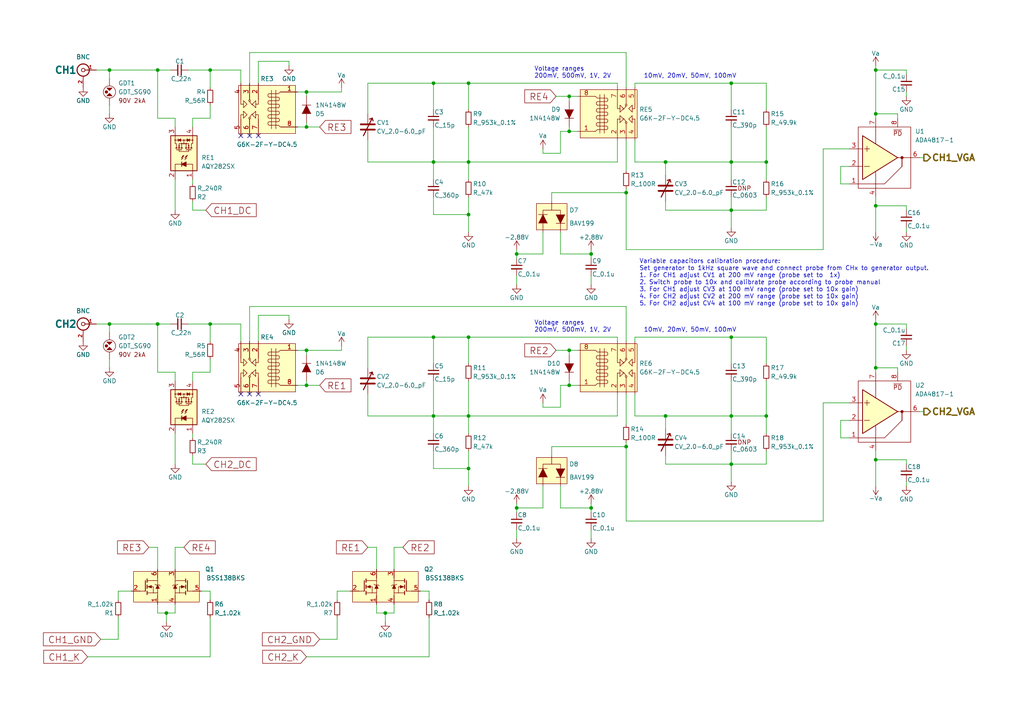
<source format=kicad_sch>
(kicad_sch (version 20250114) (generator "eeschema") (generator_version "9.0")
  (paper "A4")
  (title_block (title "Scopefun Oscilloscope") (rev "v2") (comment 1 "Copyright Dejan Priversek 2017") (comment 2 "Licensed under CERN OHL v.1.2"))
  (text "10mV, 20mV, 50mV, 100mV" (at 186.69 96.52 0) (effects (font (size 1.27 1.27)) (justify left bottom)))
  (text "10mV, 20mV, 50mV, 100mV" (at 186.69 22.86 0) (effects (font (size 1.27 1.27)) (justify left bottom)))
  (text "Variable capacitors calibration procedure:\nSet generator to 1kHz square wave and connect probe from CHx to generator output.\n1. For CH1 adjust CV1 at 200 mV range (probe set to  1x)\n2. Switch probe to 10x and calibrate probe according to probe manual\n3. For CH1 adjust CV3 at 100 mV range (probe set to 10x gain)\n4. For CH2 adjust CV2 at 200 mV range (probe set to 10x gain)\n5. For CH2 adjust CV4 at 100 mV range (probe set to 10x gain)" (at 185.42 88.9 0) (effects (font (size 1.27 1.27)) (justify left bottom)))
  (text "Voltage ranges\n200mV, 500mV, 1V, 2V" (at 154.94 96.52 0) (effects (font (size 1.27 1.27)) (justify left bottom)))
  (text "Voltage ranges\n200mV, 500mV, 1V, 2V" (at 154.94 22.86 0) (effects (font (size 1.27 1.27)) (justify left bottom)))
  (junction (at 222.25 46.99))
  (junction (at 88.9 111.76))
  (junction (at 171.45 147.32))
  (junction (at 45.72 20.32))
  (junction (at 222.25 120.65))
  (junction (at 31.75 93.98))
  (junction (at 135.89 62.23))
  (junction (at 31.75 20.32))
  (junction (at 165.1 27.94))
  (junction (at 212.09 97.79))
  (junction (at 254 133.35))
  (junction (at 149.86 147.32))
  (junction (at 48.26 177.8))
  (junction (at 212.09 46.99))
  (junction (at 165.1 101.6))
  (junction (at 135.89 46.99))
  (junction (at 60.96 20.32))
  (junction (at 125.73 46.99))
  (junction (at 254 33.02))
  (junction (at 254 93.98))
  (junction (at 135.89 135.89))
  (junction (at 135.89 120.65))
  (junction (at 165.1 111.76))
  (junction (at 171.45 73.66))
  (junction (at 181.61 129.54))
  (junction (at 135.89 24.13))
  (junction (at 212.09 134.62))
  (junction (at 212.09 60.96))
  (junction (at 111.76 177.8))
  (junction (at 212.09 24.13))
  (junction (at 165.1 38.1))
  (junction (at 254 106.68))
  (junction (at 254 20.32))
  (junction (at 193.04 120.65))
  (junction (at 88.9 36.83))
  (junction (at 254 59.69))
  (junction (at 149.86 73.66))
  (junction (at 88.9 26.67))
  (junction (at 125.73 120.65))
  (junction (at 45.72 93.98))
  (junction (at 193.04 46.99))
  (junction (at 125.73 97.79))
  (junction (at 60.96 93.98))
  (junction (at 212.09 120.65))
  (junction (at 88.9 101.6))
  (junction (at 125.73 24.13))
  (junction (at 135.89 97.79))
  (junction (at 181.61 55.88))
  (no_connect (at 74.93 114.3))
  (no_connect (at 72.39 114.3))
  (no_connect (at 74.93 39.37))
  (no_connect (at 72.39 39.37))
  (no_connect (at 69.85 39.37))
  (no_connect (at 69.85 114.3))
  (wire (pts (xy 171.45 147.32) (xy 171.45 148.59)))
  (wire (pts (xy 171.45 80.01) (xy 171.45 82.55)))
  (wire (pts (xy 212.09 134.62) (xy 222.25 134.62)))
  (wire (pts (xy 162.56 140.97) (xy 162.56 147.32)))
  (wire (pts (xy 55.88 58.42) (xy 55.88 60.96)))
  (wire (pts (xy 165.1 102.87) (xy 165.1 101.6)))
  (wire (pts (xy 160.02 55.88) (xy 160.02 58.42)))
  (wire (pts (xy 162.56 147.32) (xy 171.45 147.32)))
  (wire (pts (xy 55.88 36.83) (xy 55.88 34.29)))
  (wire (pts (xy 179.07 120.65) (xy 179.07 114.3)))
  (wire (pts (xy 60.96 107.95) (xy 55.88 107.95)))
  (wire (pts (xy 69.85 93.98) (xy 69.85 99.06)))
  (wire (pts (xy 125.73 36.83) (xy 125.73 46.99)))
  (wire (pts (xy 193.04 120.65) (xy 193.04 124.46)))
  (wire (pts (xy 54.61 93.98) (xy 60.96 93.98)))
  (wire (pts (xy 88.9 36.83) (xy 92.71 36.83)))
  (wire (pts (xy 254 20.32) (xy 262.89 20.32)))
  (wire (pts (xy 184.15 46.99) (xy 193.04 46.99)))
  (wire (pts (xy 27.94 20.32) (xy 31.75 20.32)))
  (wire (pts (xy 135.89 24.13) (xy 135.89 31.75)))
  (wire (pts (xy 262.89 133.35) (xy 254 133.35)))
  (wire (pts (xy 125.73 57.15) (xy 125.73 62.23)))
  (wire (pts (xy 48.26 180.34) (xy 48.26 177.8)))
  (wire (pts (xy 254 106.68) (xy 254 107.95)))
  (wire (pts (xy 149.86 146.05) (xy 149.86 147.32)))
  (wire (pts (xy 31.75 20.32) (xy 45.72 20.32)))
  (wire (pts (xy 55.88 125.73) (xy 55.88 127)))
  (wire (pts (xy 125.73 24.13) (xy 135.89 24.13)))
  (wire (pts (xy 212.09 97.79) (xy 212.09 105.41)))
  (wire (pts (xy 106.68 97.79) (xy 125.73 97.79)))
  (wire (pts (xy 45.72 177.8) (xy 48.26 177.8)))
  (wire (pts (xy 193.04 60.96) (xy 212.09 60.96)))
  (wire (pts (xy 135.89 57.15) (xy 135.89 62.23)))
  (wire (pts (xy 135.89 97.79) (xy 179.07 97.79)))
  (wire (pts (xy 106.68 97.79) (xy 106.68 106.68)))
  (wire (pts (xy 171.45 146.05) (xy 171.45 147.32)))
  (wire (pts (xy 88.9 190.5) (xy 124.46 190.5)))
  (wire (pts (xy 262.89 67.31) (xy 262.89 66.04)))
  (wire (pts (xy 181.61 55.88) (xy 181.61 72.39)))
  (wire (pts (xy 262.89 101.6) (xy 262.89 100.33)))
  (wire (pts (xy 162.56 111.76) (xy 165.1 111.76)))
  (wire (pts (xy 125.73 46.99) (xy 135.89 46.99)))
  (wire (pts (xy 83.82 17.78) (xy 74.93 17.78)))
  (wire (pts (xy 184.15 120.65) (xy 193.04 120.65)))
  (wire (pts (xy 181.61 54.61) (xy 181.61 55.88)))
  (wire (pts (xy 45.72 158.75) (xy 45.72 165.1)))
  (wire (pts (xy 260.35 107.95) (xy 260.35 106.68)))
  (wire (pts (xy 243.84 48.26) (xy 246.38 48.26)))
  (wire (pts (xy 72.39 88.9) (xy 181.61 88.9)))
  (wire (pts (xy 243.84 121.92) (xy 246.38 121.92)))
  (wire (pts (xy 165.1 27.94) (xy 167.64 27.94)))
  (wire (pts (xy 162.56 44.45) (xy 157.48 44.45)))
  (wire (pts (xy 260.35 106.68) (xy 254 106.68)))
  (wire (pts (xy 125.73 110.49) (xy 125.73 120.65)))
  (wire (pts (xy 97.79 185.42) (xy 97.79 179.07)))
  (wire (pts (xy 86.36 101.6) (xy 88.9 101.6)))
  (wire (pts (xy 54.61 20.32) (xy 60.96 20.32)))
  (wire (pts (xy 31.75 30.48) (xy 31.75 33.02)))
  (wire (pts (xy 50.8 158.75) (xy 50.8 165.1)))
  (wire (pts (xy 181.61 49.53) (xy 181.61 40.64)))
  (wire (pts (xy 181.61 55.88) (xy 160.02 55.88)))
  (wire (pts (xy 193.04 120.65) (xy 212.09 120.65)))
  (wire (pts (xy 179.07 24.13) (xy 179.07 25.4)))
  (wire (pts (xy 106.68 158.75) (xy 109.22 158.75)))
  (wire (pts (xy 165.1 29.21) (xy 165.1 27.94)))
  (wire (pts (xy 125.73 135.89) (xy 135.89 135.89)))
  (wire (pts (xy 97.79 173.99) (xy 97.79 171.45)))
  (wire (pts (xy 222.25 60.96) (xy 222.25 57.15)))
  (wire (pts (xy 162.56 38.1) (xy 165.1 38.1)))
  (wire (pts (xy 157.48 147.32) (xy 149.86 147.32)))
  (wire (pts (xy 149.86 73.66) (xy 149.86 74.93)))
  (wire (pts (xy 238.76 43.18) (xy 238.76 72.39)))
  (wire (pts (xy 83.82 19.05) (xy 83.82 17.78)))
  (wire (pts (xy 31.75 104.14) (xy 31.75 106.68)))
  (wire (pts (xy 60.96 190.5) (xy 60.96 179.07)))
  (wire (pts (xy 50.8 34.29) (xy 45.72 34.29)))
  (wire (pts (xy 193.04 60.96) (xy 193.04 58.42)))
  (wire (pts (xy 60.96 93.98) (xy 69.85 93.98)))
  (wire (pts (xy 162.56 118.11) (xy 157.48 118.11)))
  (wire (pts (xy 157.48 44.45) (xy 157.48 43.18)))
  (wire (pts (xy 74.93 17.78) (xy 74.93 24.13)))
  (wire (pts (xy 124.46 171.45) (xy 121.92 171.45)))
  (wire (pts (xy 262.89 27.94) (xy 262.89 26.67)))
  (wire (pts (xy 267.97 119.38) (xy 266.7 119.38)))
  (wire (pts (xy 162.56 38.1) (xy 162.56 44.45)))
  (wire (pts (xy 165.1 110.49) (xy 165.1 111.76)))
  (wire (pts (xy 88.9 27.94) (xy 88.9 26.67)))
  (wire (pts (xy 74.93 91.44) (xy 83.82 91.44)))
  (wire (pts (xy 193.04 134.62) (xy 212.09 134.62)))
  (wire (pts (xy 109.22 158.75) (xy 109.22 165.1)))
  (wire (pts (xy 111.76 177.8) (xy 114.3 177.8)))
  (wire (pts (xy 34.29 185.42) (xy 34.29 179.07)))
  (wire (pts (xy 99.06 101.6) (xy 99.06 100.33)))
  (wire (pts (xy 193.04 46.99) (xy 212.09 46.99)))
  (wire (pts (xy 60.96 20.32) (xy 69.85 20.32)))
  (wire (pts (xy 149.86 80.01) (xy 149.86 82.55)))
  (wire (pts (xy 55.88 53.34) (xy 55.88 52.07)))
  (wire (pts (xy 50.8 177.8) (xy 50.8 175.26)))
  (wire (pts (xy 50.8 107.95) (xy 45.72 107.95)))
  (wire (pts (xy 181.61 15.24) (xy 181.61 25.4)))
  (wire (pts (xy 72.39 15.24) (xy 72.39 24.13)))
  (wire (pts (xy 106.68 120.65) (xy 125.73 120.65)))
  (wire (pts (xy 254 93.98) (xy 254 106.68)))
  (wire (pts (xy 114.3 158.75) (xy 114.3 165.1)))
  (wire (pts (xy 125.73 130.81) (xy 125.73 135.89)))
  (wire (pts (xy 149.86 147.32) (xy 149.86 148.59)))
  (wire (pts (xy 222.25 46.99) (xy 222.25 52.07)))
  (wire (pts (xy 60.96 171.45) (xy 58.42 171.45)))
  (wire (pts (xy 157.48 73.66) (xy 149.86 73.66)))
  (wire (pts (xy 106.68 24.13) (xy 125.73 24.13)))
  (wire (pts (xy 181.61 128.27) (xy 181.61 129.54)))
  (wire (pts (xy 171.45 72.39) (xy 171.45 73.66)))
  (wire (pts (xy 184.15 24.13) (xy 212.09 24.13)))
  (wire (pts (xy 254 59.69) (xy 254 67.31)))
  (wire (pts (xy 254 20.32) (xy 254 33.02)))
  (wire (pts (xy 260.35 34.29) (xy 260.35 33.02)))
  (wire (pts (xy 193.04 46.99) (xy 193.04 50.8)))
  (wire (pts (xy 212.09 57.15) (xy 212.09 60.96)))
  (wire (pts (xy 212.09 46.99) (xy 222.25 46.99)))
  (wire (pts (xy 45.72 20.32) (xy 49.53 20.32)))
  (wire (pts (xy 254 33.02) (xy 254 34.29)))
  (wire (pts (xy 125.73 62.23) (xy 135.89 62.23)))
  (wire (pts (xy 157.48 67.31) (xy 157.48 73.66)))
  (wire (pts (xy 262.89 140.97) (xy 262.89 139.7)))
  (wire (pts (xy 106.68 46.99) (xy 106.68 40.64)))
  (wire (pts (xy 109.22 177.8) (xy 111.76 177.8)))
  (wire (pts (xy 50.8 134.62) (xy 50.8 125.73)))
  (wire (pts (xy 212.09 97.79) (xy 222.25 97.79)))
  (wire (pts (xy 181.61 129.54) (xy 160.02 129.54)))
  (wire (pts (xy 72.39 15.24) (xy 181.61 15.24)))
  (wire (pts (xy 149.86 72.39) (xy 149.86 73.66)))
  (wire (pts (xy 165.1 36.83) (xy 165.1 38.1)))
  (wire (pts (xy 97.79 171.45) (xy 101.6 171.45)))
  (wire (pts (xy 72.39 88.9) (xy 72.39 99.06)))
  (wire (pts (xy 50.8 36.83) (xy 50.8 34.29)))
  (wire (pts (xy 135.89 120.65) (xy 135.89 125.73)))
  (wire (pts (xy 212.09 120.65) (xy 222.25 120.65)))
  (wire (pts (xy 246.38 53.34) (xy 243.84 53.34)))
  (wire (pts (xy 125.73 31.75) (xy 125.73 24.13)))
  (wire (pts (xy 55.88 132.08) (xy 55.88 134.62)))
  (wire (pts (xy 27.94 93.98) (xy 31.75 93.98)))
  (wire (pts (xy 111.76 180.34) (xy 111.76 177.8)))
  (wire (pts (xy 212.09 24.13) (xy 212.09 31.75)))
  (wire (pts (xy 25.4 190.5) (xy 60.96 190.5)))
  (wire (pts (xy 60.96 34.29) (xy 60.96 30.48)))
  (wire (pts (xy 184.15 24.13) (xy 184.15 25.4)))
  (wire (pts (xy 260.35 33.02) (xy 254 33.02)))
  (wire (pts (xy 31.75 22.86) (xy 31.75 20.32)))
  (wire (pts (xy 74.93 91.44) (xy 74.93 99.06)))
  (wire (pts (xy 243.84 53.34) (xy 243.84 48.26)))
  (wire (pts (xy 125.73 105.41) (xy 125.73 97.79)))
  (wire (pts (xy 222.25 24.13) (xy 222.25 31.75)))
  (wire (pts (xy 165.1 111.76) (xy 167.64 111.76)))
  (wire (pts (xy 238.76 151.13) (xy 181.61 151.13)))
  (wire (pts (xy 135.89 46.99) (xy 179.07 46.99)))
  (wire (pts (xy 171.45 73.66) (xy 171.45 74.93)))
  (wire (pts (xy 212.09 36.83) (xy 212.09 46.99)))
  (wire (pts (xy 88.9 102.87) (xy 88.9 101.6)))
  (wire (pts (xy 135.89 46.99) (xy 135.89 52.07)))
  (wire (pts (xy 86.36 111.76) (xy 88.9 111.76)))
  (wire (pts (xy 88.9 26.67) (xy 99.06 26.67)))
  (wire (pts (xy 55.88 134.62) (xy 59.69 134.62)))
  (wire (pts (xy 135.89 110.49) (xy 135.89 120.65)))
  (wire (pts (xy 29.21 185.42) (xy 34.29 185.42)))
  (wire (pts (xy 125.73 120.65) (xy 135.89 120.65)))
  (wire (pts (xy 88.9 110.49) (xy 88.9 111.76)))
  (wire (pts (xy 171.45 153.67) (xy 171.45 156.21)))
  (wire (pts (xy 45.72 177.8) (xy 45.72 175.26)))
  (wire (pts (xy 55.88 60.96) (xy 59.69 60.96)))
  (wire (pts (xy 31.75 93.98) (xy 45.72 93.98)))
  (wire (pts (xy 55.88 107.95) (xy 55.88 110.49)))
  (wire (pts (xy 157.48 140.97) (xy 157.48 147.32)))
  (wire (pts (xy 179.07 46.99) (xy 179.07 40.64)))
  (wire (pts (xy 149.86 153.67) (xy 149.86 156.21)))
  (wire (pts (xy 92.71 185.42) (xy 97.79 185.42)))
  (wire (pts (xy 161.29 27.94) (xy 165.1 27.94)))
  (wire (pts (xy 116.84 158.75) (xy 114.3 158.75)))
  (wire (pts (xy 45.72 93.98) (xy 49.53 93.98)))
  (wire (pts (xy 86.36 36.83) (xy 88.9 36.83)))
  (wire (pts (xy 106.68 46.99) (xy 125.73 46.99)))
  (wire (pts (xy 135.89 120.65) (xy 179.07 120.65)))
  (wire (pts (xy 45.72 34.29) (xy 45.72 20.32)))
  (wire (pts (xy 83.82 91.44) (xy 83.82 92.71)))
  (wire (pts (xy 212.09 134.62) (xy 212.09 139.7)))
  (wire (pts (xy 165.1 101.6) (xy 167.64 101.6)))
  (wire (pts (xy 48.26 177.8) (xy 50.8 177.8)))
  (wire (pts (xy 212.09 120.65) (xy 212.09 125.73)))
  (wire (pts (xy 184.15 120.65) (xy 184.15 114.3)))
  (wire (pts (xy 55.88 34.29) (xy 60.96 34.29)))
  (wire (pts (xy 43.18 158.75) (xy 45.72 158.75)))
  (wire (pts (xy 86.36 26.67) (xy 88.9 26.67)))
  (wire (pts (xy 246.38 127) (xy 243.84 127)))
  (wire (pts (xy 124.46 190.5) (xy 124.46 179.07)))
  (wire (pts (xy 181.61 129.54) (xy 181.61 151.13)))
  (wire (pts (xy 262.89 59.69) (xy 254 59.69)))
  (wire (pts (xy 243.84 127) (xy 243.84 121.92)))
  (wire (pts (xy 181.61 88.9) (xy 181.61 99.06)))
  (wire (pts (xy 193.04 134.62) (xy 193.04 132.08)))
  (wire (pts (xy 238.76 72.39) (xy 181.61 72.39)))
  (wire (pts (xy 161.29 101.6) (xy 165.1 101.6)))
  (wire (pts (xy 125.73 97.79) (xy 135.89 97.79)))
  (wire (pts (xy 254 57.15) (xy 254 59.69)))
  (wire (pts (xy 135.89 36.83) (xy 135.89 46.99)))
  (wire (pts (xy 88.9 35.56) (xy 88.9 36.83)))
  (wire (pts (xy 184.15 97.79) (xy 184.15 99.06)))
  (wire (pts (xy 212.09 60.96) (xy 212.09 66.04)))
  (wire (pts (xy 157.48 118.11) (xy 157.48 116.84)))
  (wire (pts (xy 254 133.35) (xy 254 140.97)))
  (wire (pts (xy 222.25 36.83) (xy 222.25 46.99)))
  (wire (pts (xy 60.96 25.4) (xy 60.96 20.32)))
  (wire (pts (xy 114.3 177.8) (xy 114.3 175.26)))
  (wire (pts (xy 50.8 110.49) (xy 50.8 107.95)))
  (wire (pts (xy 53.34 158.75) (xy 50.8 158.75)))
  (wire (pts (xy 106.68 24.13) (xy 106.68 33.02)))
  (wire (pts (xy 124.46 173.99) (xy 124.46 171.45)))
  (wire (pts (xy 179.07 97.79) (xy 179.07 99.06)))
  (wire (pts (xy 246.38 43.18) (xy 238.76 43.18)))
  (wire (pts (xy 222.25 97.79) (xy 222.25 105.41)))
  (wire (pts (xy 212.09 110.49) (xy 212.09 120.65)))
  (wire (pts (xy 34.29 173.99) (xy 34.29 171.45)))
  (wire (pts (xy 262.89 60.96) (xy 262.89 59.69)))
  (wire (pts (xy 254 130.81) (xy 254 133.35)))
  (wire (pts (xy 60.96 173.99) (xy 60.96 171.45)))
  (wire (pts (xy 125.73 120.65) (xy 125.73 125.73)))
  (wire (pts (xy 212.09 130.81) (xy 212.09 134.62)))
  (wire (pts (xy 184.15 46.99) (xy 184.15 40.64)))
  (wire (pts (xy 162.56 73.66) (xy 171.45 73.66)))
  (wire (pts (xy 60.96 93.98) (xy 60.96 99.06)))
  (wire (pts (xy 222.25 110.49) (xy 222.25 120.65)))
  (wire (pts (xy 262.89 93.98) (xy 254 93.98)))
  (wire (pts (xy 109.22 177.8) (xy 109.22 175.26)))
  (wire (pts (xy 212.09 60.96) (xy 222.25 60.96)))
  (wire (pts (xy 135.89 24.13) (xy 179.07 24.13)))
  (wire (pts (xy 135.89 97.79) (xy 135.89 105.41)))
  (wire (pts (xy 125.73 46.99) (xy 125.73 52.07)))
  (wire (pts (xy 106.68 120.65) (xy 106.68 114.3)))
  (wire (pts (xy 246.38 116.84) (xy 238.76 116.84)))
  (wire (pts (xy 160.02 129.54) (xy 160.02 132.08)))
  (wire (pts (xy 222.25 134.62) (xy 222.25 130.81)))
  (wire (pts (xy 267.97 45.72) (xy 266.7 45.72)))
  (wire (pts (xy 165.1 38.1) (xy 167.64 38.1)))
  (wire (pts (xy 262.89 134.62) (xy 262.89 133.35)))
  (wire (pts (xy 135.89 62.23) (xy 135.89 67.31)))
  (wire (pts (xy 254 19.05) (xy 254 20.32)))
  (wire (pts (xy 31.75 96.52) (xy 31.75 93.98)))
  (wire (pts (xy 162.56 67.31) (xy 162.56 73.66)))
  (wire (pts (xy 212.09 46.99) (xy 212.09 52.07)))
  (wire (pts (xy 45.72 107.95) (xy 45.72 93.98)))
  (wire (pts (xy 135.89 130.81) (xy 135.89 135.89)))
  (wire (pts (xy 212.09 24.13) (xy 222.25 24.13)))
  (wire (pts (xy 162.56 118.11) (xy 162.56 111.76)))
  (wire (pts (xy 262.89 20.32) (xy 262.89 21.59)))
  (wire (pts (xy 34.29 171.45) (xy 38.1 171.45)))
  (wire (pts (xy 69.85 20.32) (xy 69.85 24.13)))
  (wire (pts (xy 222.25 120.65) (xy 222.25 125.73)))
  (wire (pts (xy 88.9 111.76) (xy 92.71 111.76)))
  (wire (pts (xy 254 92.71) (xy 254 93.98)))
  (wire (pts (xy 181.61 123.19) (xy 181.61 114.3)))
  (wire (pts (xy 262.89 93.98) (xy 262.89 95.25)))
  (wire (pts (xy 135.89 135.89) (xy 135.89 140.97)))
  (wire (pts (xy 88.9 101.6) (xy 99.06 101.6)))
  (wire (pts (xy 60.96 107.95) (xy 60.96 104.14)))
  (wire (pts (xy 99.06 26.67) (xy 99.06 25.4)))
  (wire (pts (xy 184.15 97.79) (xy 212.09 97.79)))
  (wire (pts (xy 50.8 52.07) (xy 50.8 60.96)))
  (wire (pts (xy 238.76 116.84) (xy 238.76 151.13)))
  (global_label "CH2_GND" (shape input) (at 92.71 185.42 180) (effects (font (size 1.905 1.905))) (property "Intersheetrefs" "${INTERSHEET_REFS}" (effects (hide yes))))
  (global_label "RE3" (shape input) (at 92.71 36.83 0) (effects (font (size 1.905 1.905))) (property "Intersheetrefs" "${INTERSHEET_REFS}" (effects (hide yes))))
  (global_label "CH2_K" (shape input) (at 88.9 190.5 180) (effects (font (size 1.905 1.905))) (property "Intersheetrefs" "${INTERSHEET_REFS}" (effects (hide yes))))
  (global_label "CH1_GND" (shape input) (at 29.21 185.42 180) (effects (font (size 1.905 1.905))) (property "Intersheetrefs" "${INTERSHEET_REFS}" (effects (hide yes))))
  (global_label "RE1" (shape input) (at 106.68 158.75 180) (effects (font (size 1.905 1.905))) (property "Intersheetrefs" "${INTERSHEET_REFS}" (effects (hide yes))))
  (global_label "RE4" (shape input) (at 53.34 158.75 0) (effects (font (size 1.905 1.905))) (property "Intersheetrefs" "${INTERSHEET_REFS}" (effects (hide yes))))
  (global_label "CH1_K" (shape input) (at 25.4 190.5 180) (effects (font (size 1.905 1.905))) (property "Intersheetrefs" "${INTERSHEET_REFS}" (effects (hide yes))))
  (global_label "RE4" (shape input) (at 161.29 27.94 180) (effects (font (size 1.905 1.905))) (property "Intersheetrefs" "${INTERSHEET_REFS}" (effects (hide yes))))
  (global_label "CH2_DC" (shape input) (at 59.69 134.62 0) (effects (font (size 1.905 1.905))) (property "Intersheetrefs" "${INTERSHEET_REFS}" (effects (hide yes))))
  (global_label "RE3" (shape input) (at 43.18 158.75 180) (effects (font (size 1.905 1.905))) (property "Intersheetrefs" "${INTERSHEET_REFS}" (effects (hide yes))))
  (global_label "CH1_DC" (shape input) (at 59.69 60.96 0) (effects (font (size 1.905 1.905))) (property "Intersheetrefs" "${INTERSHEET_REFS}" (effects (hide yes))))
  (global_label "RE2" (shape input) (at 161.29 101.6 180) (effects (font (size 1.905 1.905))) (property "Intersheetrefs" "${INTERSHEET_REFS}" (effects (hide yes))))
  (global_label "RE2" (shape input) (at 116.84 158.75 0) (effects (font (size 1.905 1.905))) (property "Intersheetrefs" "${INTERSHEET_REFS}" (effects (hide yes))))
  (global_label "RE1" (shape input) (at 92.71 111.76 0) (effects (font (size 1.905 1.905))) (property "Intersheetrefs" "${INTERSHEET_REFS}" (effects (hide yes))))
  (hierarchical_label "CH2_VGA" (shape output) (at 267.97 119.38 0) (effects (font (size 1.905 1.905) (thickness 0.381) (bold yes))))
  (hierarchical_label "CH1_VGA" (shape output) (at 267.97 45.72 0) (effects (font (size 1.905 1.905) (thickness 0.381) (bold yes))))
  (symbol (lib_name "GND_26") (lib_id "Scopefun_v2-rescue:GND") (at 24.13 99.06 0) (unit 1)
    (property "Reference" "#PWR01" (effects (hide yes)))
    (property "Value" "GND" (at 24.13 102.87 0))
  )
  (symbol (lib_id "ScopefunParts:R_56R") (at 60.96 101.6 0) (mirror y) (unit 1)
    (property "Reference" "R5" (at 59.69 100.33 0) (effects (justify left)))
    (property "Value" "R_56R" (at 59.69 102.87 0) (effects (justify left)))
    (property "Footprint" "ScopefunPackagesLibrary:R_0603" (effects (hide yes)))
    (property "Datasheet" "http://industrial.panasonic.com/cdbs/www-data/pdf/AOA0000/AOA0000CE2.pdf" (effects (hide yes)))
    (property "MFG Part#" "ERJ-3EKF56R0V" (effects (hide yes)))
    (property "Description" "RES SMD 1% 1/10W 0603" (effects (hide yes)))
  )
  (symbol (lib_id "ScopefunParts:R_953k_0.1%") (at 135.89 107.95 0) (unit 1)
    (property "Reference" "R11" (at 137.16 106.68 0) (effects (justify left)))
    (property "Value" "R_953k_0.1%" (at 137.16 109.22 0) (effects (justify left)))
    (property "Footprint" "ScopefunPackagesLibrary:R_0805" (effects (hide yes)))
    (property "Datasheet" "http://industrial.panasonic.com/ww/products/resistors/chip-resistors/chip-resistors/precision-thick-film-chip-resistors/ERJ3RED9533V" (effects (hide yes)))
    (property "MFG Part#" "ERA-6AEB9533V" (effects (hide yes)))
    (property "Description" "RES SMD 0.1% 1/10W 0805" (effects (hide yes)))
  )
  (symbol (lib_id "ScopefunParts:R_47k") (at 135.89 128.27 0) (unit 1)
    (property "Reference" "R12" (at 137.16 127 0) (effects (justify left)))
    (property "Value" "R_47k" (at 137.16 129.54 0) (effects (justify left)))
    (property "Footprint" "ScopefunPackagesLibrary:R_0603" (effects (hide yes)))
    (property "Datasheet" "http://industrial.panasonic.com/cdbs/www-data/pdf/AOA0000/AOA0000CE2.pdf" (effects (hide yes)))
    (property "MFG Part#" "ERJ-3EKF4702V" (effects (hide yes)))
    (property "Description" "RES SMD 1% 1/10W 0603" (effects (hide yes)))
  )
  (symbol (lib_name "GND_35") (lib_id "Scopefun_v2-rescue:GND") (at 83.82 92.71 0) (mirror y) (unit 1)
    (property "Reference" "#PWR026" (effects (hide yes)))
    (property "Value" "GND" (at 83.82 96.52 0))
  )
  (symbol (lib_id "ScopefunParts:R_953k_0.1%") (at 222.25 128.27 0) (unit 1)
    (property "Reference" "R18" (at 223.52 127 0) (effects (justify left)))
    (property "Value" "R_953k_0.1%" (at 223.52 129.54 0) (effects (justify left)))
    (property "Footprint" "ScopefunPackagesLibrary:R_0805" (effects (hide yes)))
    (property "Datasheet" "http://industrial.panasonic.com/ww/products/resistors/chip-resistors/chip-resistors/precision-thick-film-chip-resistors/ERJ3RED9533V" (effects (hide yes)))
    (property "MFG Part#" "ERA-6AEB9533V" (effects (hide yes)))
    (property "Description" "RES SMD 0.1% 1/10W 0805" (effects (hide yes)))
  )
  (symbol (lib_name "GND_41") (lib_id "Scopefun_v2-rescue:GND") (at 135.89 140.97 0) (unit 1)
    (property "Reference" "#PWR02" (effects (hide yes)))
    (property "Value" "GND" (at 135.89 144.78 0))
  )
  (symbol (lib_name "GND_37") (lib_id "Scopefun_v2-rescue:GND") (at 212.09 139.7 0) (unit 1)
    (property "Reference" "#PWR03" (effects (hide yes)))
    (property "Value" "GND" (at 212.09 143.51 0))
  )
  (symbol (lib_name "GND_25") (lib_id "Scopefun_v2-rescue:GND") (at 50.8 134.62 0) (mirror y) (unit 1)
    (property "Reference" "#PWR04" (effects (hide yes)))
    (property "Value" "GND" (at 50.8 138.43 0))
  )
  (symbol (lib_id "ScopefunParts:+Va") (at 99.06 100.33 0) (mirror y) (unit 1)
    (property "Reference" "#PWR031" (effects (hide yes)))
    (property "Value" "Va" (at 99.06 96.774 0))
  )
  (symbol (lib_id "ScopefunParts:R_1.02k") (at 34.29 176.53 180) (unit 1)
    (property "Reference" "R1" (at 33.02 177.8 0) (effects (justify left)))
    (property "Value" "R_1.02k" (at 33.02 175.26 0) (effects (justify left)))
    (property "Footprint" "ScopefunPackagesLibrary:R_0603" (effects (hide yes)))
    (property "Datasheet" "http://industrial.panasonic.com/cdbs/www-data/pdf/AOA0000/AOA0000CE2.pdf" (effects (hide yes)))
    (property "MFG Part#" "ERJ-3EKF1021V" (effects (hide yes)))
    (property "Description" "RES SMD 1% 1/10W 0603" (effects (hide yes)))
  )
  (symbol (lib_id "ScopefunParts:R_1.02k") (at 60.96 176.53 0) (unit 1)
    (property "Reference" "R6" (at 62.23 175.26 0) (effects (justify left)))
    (property "Value" "R_1.02k" (at 62.23 177.8 0) (effects (justify left)))
    (property "Footprint" "ScopefunPackagesLibrary:R_0603" (effects (hide yes)))
    (property "Datasheet" "http://industrial.panasonic.com/cdbs/www-data/pdf/AOA0000/AOA0000CE2.pdf" (effects (hide yes)))
    (property "MFG Part#" "ERJ-3EKF1021V" (effects (hide yes)))
    (property "Description" "RES SMD 1% 1/10W 0603" (effects (hide yes)))
  )
  (symbol (lib_id "ScopefunParts:BSS138BKS") (at 48.26 170.18 0) (unit 1)
    (property "Reference" "Q1" (at 62.23 165.1 0) (effects (justify right)))
    (property "Value" "BSS138BKS" (at 71.12 167.64 0) (effects (justify right)))
    (property "Footprint" "ScopefunPackagesLibrary:SOT363" (effects (hide yes)))
    (property "Datasheet" "http://www.nxp.com/documents/data_sheet/BSS138BKS.pdf" (effects (hide yes)))
    (property "Description" "60 V, 320 mA dual N-channel Trench MOSFET" (effects (hide yes)))
    (property "MFG Part#" "BSS138PS,115" (effects (hide yes)))
  )
  (symbol (lib_name "GND_24") (lib_id "Scopefun_v2-rescue:GND") (at 48.26 180.34 0) (unit 1)
    (property "Reference" "#PWR05" (effects (hide yes)))
    (property "Value" "GND" (at 48.26 184.15 0))
  )
  (symbol (lib_id "ScopefunParts:R_100R") (at 181.61 125.73 0) (unit 1)
    (property "Reference" "R14" (at 182.88 124.46 0) (effects (justify left)))
    (property "Value" "R_100R" (at 182.88 127 0) (effects (justify left)))
    (property "Footprint" "ScopefunPackagesLibrary:R_0603" (effects (hide yes)))
    (property "Datasheet" "http://industrial.panasonic.com/cdbs/www-data/pdf/AOA0000/AOA0000CE2.pdf" (effects (hide yes)))
    (property "MFG Part#" "ERJ-3EKF1000V" (effects (hide yes)))
    (property "Description" "RES SMD 1% 1/10W 0603" (effects (hide yes)))
  )
  (symbol (lib_id "ScopefunParts:BAV199") (at 160.02 137.16 0) (unit 1)
    (property "Reference" "D8" (at 165.1 134.62 0) (effects (justify left)))
    (property "Value" "BAV199" (at 165.1 138.43 0) (effects (justify left)))
    (property "Footprint" "ScopefunPackagesLibrary:SOT23" (effects (hide yes)))
    (property "MFG Part#" "BAV199-7-F" (effects (hide yes)))
    (property "Description" "Low-leakage double diode" (effects (hide yes)))
  )
  (symbol (lib_id "ScopefunParts:+2.88V") (at 171.45 146.05 0) (unit 1)
    (property "Reference" "#PWR06" (effects (hide yes)))
    (property "Value" "+2.88V" (at 171.45 142.494 0))
  )
  (symbol (lib_id "ScopefunParts:C_0.1u") (at 149.86 151.13 0) (unit 1)
    (property "Reference" "C8" (at 150.114 149.352 0) (effects (justify left)))
    (property "Value" "C_0.1u" (at 150.114 153.162 0) (effects (justify left)))
    (property "Footprint" "ScopefunPackagesLibrary:C_0603" (effects (hide yes)))
    (property "MFG Part#" "C0603C104K4RACTU" (effects (hide yes)))
    (property "Description" "MLCC - SMD/SMT 0603 16V X7R 10%" (effects (hide yes)))
  )
  (symbol (lib_id "ScopefunParts:C_0.1u") (at 171.45 151.13 0) (unit 1)
    (property "Reference" "C10" (at 171.704 149.352 0) (effects (justify left)))
    (property "Value" "C_0.1u" (at 171.704 153.162 0) (effects (justify left)))
    (property "Footprint" "ScopefunPackagesLibrary:C_0603" (effects (hide yes)))
    (property "MFG Part#" "C0603C104K4RACTU" (effects (hide yes)))
    (property "Description" "MLCC - SMD/SMT 0603 16V X7R 10%" (effects (hide yes)))
  )
  (symbol (lib_name "GND_31") (lib_id "Scopefun_v2-rescue:GND") (at 171.45 156.21 0) (unit 1)
    (property "Reference" "#PWR07" (effects (hide yes)))
    (property "Value" "GND" (at 171.45 160.02 0))
  )
  (symbol (lib_name "GND_32") (lib_id "Scopefun_v2-rescue:GND") (at 149.86 156.21 0) (unit 1)
    (property "Reference" "#PWR08" (effects (hide yes)))
    (property "Value" "GND" (at 149.86 160.02 0))
  )
  (symbol (lib_id "ScopefunParts:+Va") (at 254 92.71 0) (unit 1)
    (property "Reference" "#PWR09" (effects (hide yes)))
    (property "Value" "Va" (at 254 89.154 0))
  )
  (symbol (lib_name "GND_29") (lib_id "Scopefun_v2-rescue:GND") (at 24.13 25.4 0) (unit 1)
    (property "Reference" "#PWR010" (effects (hide yes)))
    (property "Value" "GND" (at 24.13 29.21 0))
  )
  (symbol (lib_id "ScopefunParts:AQY282SX") (at 53.34 44.45 270) (mirror x) (unit 1)
    (property "Reference" "RE1" (at 58.42 45.72 90) (effects (justify left)))
    (property "Value" "AQY282SX" (at 58.42 48.26 90) (effects (justify left)))
    (property "Footprint" "ScopefunPackagesLibrary:SOP-4" (effects (hide yes)))
    (property "Datasheet" "https://www.mouser.com/ds/2/315/panasonic_AQW,AQY280,282,284-1196946.pdf" (effects (hide yes)))
    (property "MFG Part#" "AQY282SX" (effects (hide yes)))
    (property "Description" "Solid State Relays - PCB Mount 60v 500mA SOP Form A Norm-Open" (effects (hide yes)))
  )
  (symbol (lib_id "ScopefunParts:R_56R") (at 60.96 27.94 0) (mirror y) (unit 1)
    (property "Reference" "R4" (at 59.69 26.67 0) (effects (justify left)))
    (property "Value" "R_56R" (at 59.69 29.21 0) (effects (justify left)))
    (property "Footprint" "ScopefunPackagesLibrary:R_0603" (effects (hide yes)))
    (property "Datasheet" "http://industrial.panasonic.com/cdbs/www-data/pdf/AOA0000/AOA0000CE2.pdf" (effects (hide yes)))
    (property "MFG Part#" "ERJ-3EKF56R0V" (effects (hide yes)))
    (property "Description" "RES SMD 1% 1/10W 0603" (effects (hide yes)))
  )
  (symbol (lib_id "ScopefunParts:R_953k_0.1%") (at 135.89 34.29 0) (unit 1)
    (property "Reference" "R9" (at 137.16 33.02 0) (effects (justify left)))
    (property "Value" "R_953k_0.1%" (at 137.16 35.56 0) (effects (justify left)))
    (property "Footprint" "ScopefunPackagesLibrary:R_0805" (effects (hide yes)))
    (property "Datasheet" "http://industrial.panasonic.com/ww/products/resistors/chip-resistors/chip-resistors/precision-thick-film-chip-resistors/ERJ3RED9533V" (effects (hide yes)))
    (property "MFG Part#" "ERA-6AEB9533V" (effects (hide yes)))
    (property "Description" "RES SMD 0.1% 1/10W 0805" (effects (hide yes)))
  )
  (symbol (lib_id "ScopefunParts:R_47k") (at 135.89 54.61 0) (unit 1)
    (property "Reference" "R10" (at 137.16 53.34 0) (effects (justify left)))
    (property "Value" "R_47k" (at 137.16 55.88 0) (effects (justify left)))
    (property "Footprint" "ScopefunPackagesLibrary:R_0603" (effects (hide yes)))
    (property "Datasheet" "http://industrial.panasonic.com/cdbs/www-data/pdf/AOA0000/AOA0000CE2.pdf" (effects (hide yes)))
    (property "MFG Part#" "ERJ-3EKF4702V" (effects (hide yes)))
    (property "Description" "RES SMD 1% 1/10W 0603" (effects (hide yes)))
  )
  (symbol (lib_id "ScopefunParts:R_953k_0.1%") (at 222.25 54.61 0) (unit 1)
    (property "Reference" "R16" (at 223.52 53.34 0) (effects (justify left)))
    (property "Value" "R_953k_0.1%" (at 223.52 55.88 0) (effects (justify left)))
    (property "Footprint" "ScopefunPackagesLibrary:R_0805" (effects (hide yes)))
    (property "Datasheet" "http://industrial.panasonic.com/ww/products/resistors/chip-resistors/chip-resistors/precision-thick-film-chip-resistors/ERJ3RED9533V" (effects (hide yes)))
    (property "MFG Part#" "ERA-6AEB9533V" (effects (hide yes)))
    (property "Description" "RES SMD 0.1% 1/10W 0805" (effects (hide yes)))
  )
  (symbol (lib_name "GND_30") (lib_id "Scopefun_v2-rescue:GND") (at 135.89 67.31 0) (unit 1)
    (property "Reference" "#PWR011" (effects (hide yes)))
    (property "Value" "GND" (at 135.89 71.12 0))
  )
  (symbol (lib_name "GND_42") (lib_id "Scopefun_v2-rescue:GND") (at 212.09 66.04 0) (unit 1)
    (property "Reference" "#PWR012" (effects (hide yes)))
    (property "Value" "GND" (at 212.09 69.85 0))
  )
  (symbol (lib_id "ScopefunParts:+Va") (at 157.48 43.18 0) (unit 1)
    (property "Reference" "#PWR013" (effects (hide yes)))
    (property "Value" "Va" (at 157.48 39.37 0))
  )
  (symbol (lib_name "GND_34") (lib_id "Scopefun_v2-rescue:GND") (at 50.8 60.96 0) (mirror y) (unit 1)
    (property "Reference" "#PWR014" (effects (hide yes)))
    (property "Value" "GND" (at 50.8 64.77 0))
  )
  (symbol (lib_id "ScopefunParts:R_100R") (at 181.61 52.07 0) (unit 1)
    (property "Reference" "R13" (at 182.88 50.8 0) (effects (justify left)))
    (property "Value" "R_100R" (at 182.88 53.34 0) (effects (justify left)))
    (property "Footprint" "ScopefunPackagesLibrary:R_0603" (effects (hide yes)))
    (property "Datasheet" "http://industrial.panasonic.com/cdbs/www-data/pdf/AOA0000/AOA0000CE2.pdf" (effects (hide yes)))
    (property "MFG Part#" "ERJ-3EKF1000V" (effects (hide yes)))
    (property "Description" "RES SMD 1% 1/10W 0603" (effects (hide yes)))
  )
  (symbol (lib_id "ScopefunParts:BAV199") (at 160.02 63.5 0) (unit 1)
    (property "Reference" "D7" (at 165.1 60.96 0) (effects (justify left)))
    (property "Value" "BAV199" (at 165.1 64.77 0) (effects (justify left)))
    (property "Footprint" "ScopefunPackagesLibrary:SOT23" (effects (hide yes)))
    (property "MFG Part#" "BAV199-7-F" (effects (hide yes)))
    (property "Description" "Low-leakage double diode" (effects (hide yes)))
  )
  (symbol (lib_id "ScopefunParts:+2.88V") (at 171.45 72.39 0) (unit 1)
    (property "Reference" "#PWR015" (effects (hide yes)))
    (property "Value" "+2.88V" (at 171.45 68.834 0))
  )
  (symbol (lib_id "ScopefunParts:C_0.1u") (at 149.86 77.47 0) (unit 1)
    (property "Reference" "C7" (at 150.114 75.692 0) (effects (justify left)))
    (property "Value" "C_0.1u" (at 150.114 79.502 0) (effects (justify left)))
    (property "Footprint" "ScopefunPackagesLibrary:C_0603" (effects (hide yes)))
    (property "MFG Part#" "C0603C104K4RACTU" (effects (hide yes)))
    (property "Description" "MLCC - SMD/SMT 0603 16V X7R 10%" (effects (hide yes)))
  )
  (symbol (lib_id "ScopefunParts:C_0.1u") (at 171.45 77.47 0) (unit 1)
    (property "Reference" "C9" (at 171.704 75.692 0) (effects (justify left)))
    (property "Value" "C_0.1u" (at 171.704 79.502 0) (effects (justify left)))
    (property "Footprint" "ScopefunPackagesLibrary:C_0603" (effects (hide yes)))
    (property "MFG Part#" "C0603C104K4RACTU" (effects (hide yes)))
    (property "Description" "MLCC - SMD/SMT 0603 16V X7R 10%" (effects (hide yes)))
  )
  (symbol (lib_name "GND_36") (lib_id "Scopefun_v2-rescue:GND") (at 171.45 82.55 0) (unit 1)
    (property "Reference" "#PWR016" (effects (hide yes)))
    (property "Value" "GND" (at 171.45 86.36 0))
  )
  (symbol (lib_name "GND_38") (lib_id "Scopefun_v2-rescue:GND") (at 149.86 82.55 0) (unit 1)
    (property "Reference" "#PWR017" (effects (hide yes)))
    (property "Value" "GND" (at 149.86 86.36 0))
  )
  (symbol (lib_id "ScopefunParts:+Va") (at 254 19.05 0) (unit 1)
    (property "Reference" "#PWR030" (effects (hide yes)))
    (property "Value" "Va" (at 254 15.494 0))
  )
  (symbol (lib_id "ScopefunParts:-Va") (at 254 67.31 180) (unit 1)
    (property "Reference" "#PWR018" (effects (hide yes)))
    (property "Value" "-Va" (at 254 70.866 0))
  )
  (symbol (lib_id "ScopefunParts:C_0.1u") (at 262.89 24.13 180) (unit 1)
    (property "Reference" "C15" (at 262.636 25.908 0) (effects (justify left)))
    (property "Value" "C_0.1u" (at 262.636 22.098 0) (effects (justify left)))
    (property "Footprint" "ScopefunPackagesLibrary:C_0603" (effects (hide yes)))
    (property "MFG Part#" "C0603C104K4RACTU" (effects (hide yes)))
    (property "Description" "MLCC - SMD/SMT 0603 16V X7R 10%" (effects (hide yes)))
  )
  (symbol (lib_id "ScopefunParts:C_0.1u") (at 262.89 63.5 0) (unit 1)
    (property "Reference" "C16" (at 263.144 61.722 0) (effects (justify left)))
    (property "Value" "C_0.1u" (at 263.144 65.532 0) (effects (justify left)))
    (property "Footprint" "ScopefunPackagesLibrary:C_0603" (effects (hide yes)))
    (property "MFG Part#" "C0603C104K4RACTU" (effects (hide yes)))
    (property "Description" "MLCC - SMD/SMT 0603 16V X7R 10%" (effects (hide yes)))
  )
  (symbol (lib_name "GND_44") (lib_id "Scopefun_v2-rescue:GND") (at 262.89 67.31 0) (unit 1)
    (property "Reference" "#PWR019" (effects (hide yes)))
    (property "Value" "GND" (at 262.89 71.12 0))
  )
  (symbol (lib_name "GND_43") (lib_id "Scopefun_v2-rescue:GND") (at 262.89 27.94 0) (unit 1)
    (property "Reference" "#PWR020" (effects (hide yes)))
    (property "Value" "GND" (at 262.89 31.75 0))
  )
  (symbol (lib_id "ScopefunParts:R_1.02k") (at 97.79 176.53 180) (unit 1)
    (property "Reference" "R7" (at 96.52 177.8 0) (effects (justify left)))
    (property "Value" "R_1.02k" (at 96.52 175.26 0) (effects (justify left)))
    (property "Footprint" "ScopefunPackagesLibrary:R_0603" (effects (hide yes)))
    (property "Datasheet" "http://industrial.panasonic.com/cdbs/www-data/pdf/AOA0000/AOA0000CE2.pdf" (effects (hide yes)))
    (property "MFG Part#" "ERJ-3EKF1021V" (effects (hide yes)))
    (property "Description" "RES SMD 1% 1/10W 0603" (effects (hide yes)))
  )
  (symbol (lib_id "ScopefunParts:R_1.02k") (at 124.46 176.53 0) (unit 1)
    (property "Reference" "R8" (at 125.73 175.26 0) (effects (justify left)))
    (property "Value" "R_1.02k" (at 125.73 177.8 0) (effects (justify left)))
    (property "Footprint" "ScopefunPackagesLibrary:R_0603" (effects (hide yes)))
    (property "Datasheet" "http://industrial.panasonic.com/cdbs/www-data/pdf/AOA0000/AOA0000CE2.pdf" (effects (hide yes)))
    (property "MFG Part#" "ERJ-3EKF1021V" (effects (hide yes)))
    (property "Description" "RES SMD 1% 1/10W 0603" (effects (hide yes)))
  )
  (symbol (lib_id "ScopefunParts:BSS138BKS") (at 111.76 170.18 0) (unit 1)
    (property "Reference" "Q2" (at 125.73 165.1 0) (effects (justify right)))
    (property "Value" "BSS138BKS" (at 134.62 167.64 0) (effects (justify right)))
    (property "Footprint" "ScopefunPackagesLibrary:SOT363" (effects (hide yes)))
    (property "Datasheet" "http://www.nxp.com/documents/data_sheet/BSS138BKS.pdf" (effects (hide yes)))
    (property "Description" "60 V, 320 mA dual N-channel Trench MOSFET" (effects (hide yes)))
    (property "MFG Part#" "BSS138PS,115" (effects (hide yes)))
  )
  (symbol (lib_name "GND_33") (lib_id "Scopefun_v2-rescue:GND") (at 111.76 180.34 0) (unit 1)
    (property "Reference" "#PWR021" (effects (hide yes)))
    (property "Value" "GND" (at 111.76 184.15 0))
  )
  (symbol (lib_id "ScopefunParts:C_22n") (at 52.07 20.32 270) (unit 1)
    (property "Reference" "C1" (at 50.8 17.78 90) (effects (justify left)))
    (property "Value" "C_22n" (at 49.53 22.86 90) (effects (justify left)))
    (property "Footprint" "ScopefunPackagesLibrary:C_0603" (effects (hide yes)))
    (property "MFG Part#" "C0603C223K1RACTU" (effects (hide yes)))
    (property "Description" "MLCC - SMD/SMT 0603 100V X7R 10%" (effects (hide yes)))
  )
  (symbol (lib_id "ScopefunParts:C_22n") (at 52.07 93.98 270) (unit 1)
    (property "Reference" "C2" (at 50.8 91.44 90) (effects (justify left)))
    (property "Value" "C_22n" (at 49.53 96.52 90) (effects (justify left)))
    (property "Footprint" "ScopefunPackagesLibrary:C_0603" (effects (hide yes)))
    (property "MFG Part#" "C0603C223K1RACTU" (effects (hide yes)))
    (property "Description" "MLCC - SMD/SMT 0603 100V X7R 10%" (effects (hide yes)))
  )
  (symbol (lib_id "ScopefunParts:-2.88V") (at 149.86 72.39 0) (unit 1)
    (property "Reference" "#PWR022" (effects (hide yes)))
    (property "Value" "-2.88V" (at 149.86 68.834 0))
  )
  (symbol (lib_id "ScopefunParts:-2.88V") (at 149.86 146.05 0) (unit 1)
    (property "Reference" "#PWR023" (effects (hide yes)))
    (property "Value" "-2.88V" (at 149.86 142.494 0))
  )
  (symbol (lib_id "ScopefunParts:G6K-2F-Y-DC4.5") (at 77.47 106.68 180) (unit 1)
    (property "Reference" "RE4" (at 77.47 97.79 0))
    (property "Value" "G6K-2F-Y-DC4.5" (at 77.47 116.84 0))
    (property "Footprint" "ScopefunPackagesLibrary:G6K-2F-Y" (effects (hide yes)))
    (property "Datasheet" "https://www.omron.com/ecb/products/pdf/en-g6k.pdf" (effects (hide yes)))
    (property "Description" "Low Signal Relays - PCB Gullwing NoLatch 3.2 DPDT 4.5VDC 100mW" (effects (hide yes)))
    (property "MFG Part#" "G6K-2F-Y-DC4.5" (effects (hide yes)))
  )
  (symbol (lib_id "ScopefunParts:G6K-2F-Y-DC4.5") (at 176.53 33.02 0) (unit 1)
    (property "Reference" "RE5" (at 185.42 31.75 0) (effects (justify left)))
    (property "Value" "G6K-2F-Y-DC4.5" (at 185.42 34.29 0) (effects (justify left)))
    (property "Footprint" "ScopefunPackagesLibrary:G6K-2F-Y" (effects (hide yes)))
    (property "Datasheet" "https://www.omron.com/ecb/products/pdf/en-g6k.pdf" (effects (hide yes)))
    (property "Description" "Low Signal Relays - PCB Gullwing NoLatch 3.2 DPDT 4.5VDC 100mW" (effects (hide yes)))
    (property "MFG Part#" "G6K-2F-Y-DC4.5" (effects (hide yes)))
  )
  (symbol (lib_id "ScopefunParts:G6K-2F-Y-DC4.5") (at 176.53 106.68 0) (unit 1)
    (property "Reference" "RE6" (at 185.42 105.41 0) (effects (justify left)))
    (property "Value" "G6K-2F-Y-DC4.5" (at 185.42 107.95 0) (effects (justify left)))
    (property "Footprint" "ScopefunPackagesLibrary:G6K-2F-Y" (effects (hide yes)))
    (property "Datasheet" "https://www.omron.com/ecb/products/pdf/en-g6k.pdf" (effects (hide yes)))
    (property "Description" "Low Signal Relays - PCB Gullwing NoLatch 3.2 DPDT 4.5VDC 100mW" (effects (hide yes)))
    (property "MFG Part#" "G6K-2F-Y-DC4.5" (effects (hide yes)))
  )
  (symbol (lib_id "ScopefunParts:AQY282SX") (at 53.34 118.11 270) (mirror x) (unit 1)
    (property "Reference" "RE2" (at 58.42 119.38 90) (effects (justify left)))
    (property "Value" "AQY282SX" (at 58.42 121.92 90) (effects (justify left)))
    (property "Footprint" "ScopefunPackagesLibrary:SOP-4" (effects (hide yes)))
    (property "Datasheet" "https://www.mouser.com/ds/2/315/panasonic_AQW,AQY280,282,284-1196946.pdf" (effects (hide yes)))
    (property "MFG Part#" "AQY282SX" (effects (hide yes)))
    (property "Description" "Solid State Relays - PCB Mount 60v 500mA SOP Form A Norm-Open" (effects (hide yes)))
  )
  (symbol (lib_id "ScopefunParts:+Va") (at 157.48 116.84 0) (unit 1)
    (property "Reference" "#PWR024" (effects (hide yes)))
    (property "Value" "Va" (at 157.48 113.03 0))
  )
  (symbol (lib_name "GND_28") (lib_id "Scopefun_v2-rescue:GND") (at 83.82 19.05 0) (mirror y) (unit 1)
    (property "Reference" "#PWR025" (effects (hide yes)))
    (property "Value" "GND" (at 83.82 22.86 0))
  )
  (symbol (lib_id "ScopefunParts:G6K-2F-Y-DC4.5") (at 77.47 31.75 180) (unit 1)
    (property "Reference" "RE3" (at 77.47 22.86 0))
    (property "Value" "G6K-2F-Y-DC4.5" (at 77.47 41.91 0))
    (property "Footprint" "ScopefunPackagesLibrary:G6K-2F-Y" (effects (hide yes)))
    (property "Datasheet" "https://www.omron.com/ecb/products/pdf/en-g6k.pdf" (effects (hide yes)))
    (property "Description" "Low Signal Relays - PCB Gullwing NoLatch 3.2 DPDT 4.5VDC 100mW" (effects (hide yes)))
    (property "MFG Part#" "G6K-2F-Y-DC4.5" (effects (hide yes)))
  )
  (symbol (lib_id "ScopefunParts:+Va") (at 99.06 25.4 0) (mirror y) (unit 1)
    (property "Reference" "#PWR032" (effects (hide yes)))
    (property "Value" "Va" (at 99.06 21.844 0))
  )
  (symbol (lib_id "ScopefunParts:ADA4817-1") (at 255.27 45.72 0) (unit 1)
    (property "Reference" "U1" (at 265.43 38.1 0) (effects (justify left)))
    (property "Value" "ADA4817-1" (at 265.43 40.64 0) (effects (justify left)))
    (property "Footprint" "ScopefunPackagesLibrary:SOIC8" (effects (hide yes)))
    (property "Datasheet" "http://www.analog.com/media/en/technical-documentation/data-sheets/ADA4817-1_4817-2.pdf" (effects (hide yes)))
    (property "MFG Part#" "ADA4817-1ARDZ" (effects (hide yes)))
    (property "Description" "Low Noise, 1 GHz FastFET Op Amp" (effects (hide yes)))
  )
  (symbol (lib_id "ScopefunParts:-Va") (at 254 140.97 180) (unit 1)
    (property "Reference" "#PWR027" (effects (hide yes)))
    (property "Value" "-Va" (at 254 144.526 0))
  )
  (symbol (lib_id "ScopefunParts:C_0.1u") (at 262.89 97.79 180) (unit 1)
    (property "Reference" "C17" (at 262.636 99.568 0) (effects (justify left)))
    (property "Value" "C_0.1u" (at 262.636 95.758 0) (effects (justify left)))
    (property "Footprint" "ScopefunPackagesLibrary:C_0603" (effects (hide yes)))
    (property "MFG Part#" "C0603C104K4RACTU" (effects (hide yes)))
    (property "Description" "MLCC - SMD/SMT 0603 16V X7R 10%" (effects (hide yes)))
  )
  (symbol (lib_id "ScopefunParts:C_0.1u") (at 262.89 137.16 0) (unit 1)
    (property "Reference" "C18" (at 263.144 135.382 0) (effects (justify left)))
    (property "Value" "C_0.1u" (at 263.144 139.192 0) (effects (justify left)))
    (property "Footprint" "ScopefunPackagesLibrary:C_0603" (effects (hide yes)))
    (property "MFG Part#" "C0603C104K4RACTU" (effects (hide yes)))
    (property "Description" "MLCC - SMD/SMT 0603 16V X7R 10%" (effects (hide yes)))
  )
  (symbol (lib_name "GND_40") (lib_id "Scopefun_v2-rescue:GND") (at 262.89 140.97 0) (unit 1)
    (property "Reference" "#PWR028" (effects (hide yes)))
    (property "Value" "GND" (at 262.89 144.78 0))
  )
  (symbol (lib_name "GND_39") (lib_id "Scopefun_v2-rescue:GND") (at 262.89 101.6 0) (unit 1)
    (property "Reference" "#PWR029" (effects (hide yes)))
    (property "Value" "GND" (at 262.89 105.41 0))
  )
  (symbol (lib_id "ScopefunParts:ADA4817-1") (at 255.27 119.38 0) (unit 1)
    (property "Reference" "U2" (at 265.43 111.76 0) (effects (justify left)))
    (property "Value" "ADA4817-1" (at 265.43 114.3 0) (effects (justify left)))
    (property "Footprint" "ScopefunPackagesLibrary:SOIC8" (effects (hide yes)))
    (property "Datasheet" "http://www.analog.com/media/en/technical-documentation/data-sheets/ADA4817-1_4817-2.pdf" (effects (hide yes)))
    (property "MFG Part#" "ADA4817-1ARDZ" (effects (hide yes)))
    (property "Description" "Low Noise, 1 GHz FastFET Op Amp" (effects (hide yes)))
  )
  (symbol (lib_name "GND_23") (lib_id "Scopefun_v2-rescue:GND") (at 31.75 106.68 0) (mirror y) (unit 1)
    (property "Reference" "#PWR033" (effects (hide yes)))
    (property "Value" "GND" (at 31.75 110.49 0))
  )
  (symbol (lib_id "ScopefunParts:BNC") (at 24.13 20.32 0) (unit 1)
    (property "Reference" "CH1" (at 19.05 20.32 0) (effects (font (size 2.0066 2.0066) (bold yes))))
    (property "Value" "BNC" (at 24.13 16.51 0))
    (property "Footprint" "ScopefunPackagesLibrary:BNC-5-1634556-0" (effects (hide yes)))
    (property "Datasheet" "http://www.te.com/usa-en/product-5-1634556-0.html" (effects (hide yes)))
    (property "MFG Part#" "5-1634556-0" (effects (hide yes)))
    (property "Description" "BNC LP ELBOW B/HEAD PCB SKT 50 OHMS" (effects (hide yes)))
  )
  (symbol (lib_id "ScopefunParts:BNC") (at 24.13 93.98 0) (unit 1)
    (property "Reference" "CH2" (at 19.05 93.98 0) (effects (font (size 2.0066 2.0066) (bold yes))))
    (property "Value" "BNC" (at 24.13 90.17 0))
    (property "Footprint" "ScopefunPackagesLibrary:BNC-5-1634556-0" (effects (hide yes)))
    (property "Datasheet" "http://www.te.com/usa-en/product-5-1634556-0.html" (effects (hide yes)))
    (property "MFG Part#" "5-1634556-0" (effects (hide yes)))
    (property "Description" "BNC LP ELBOW B/HEAD PCB SKT 50 OHMS" (effects (hide yes)))
  )
  (symbol (lib_id "ScopefunParts:1N4148W") (at 88.9 31.75 0) (mirror x) (unit 1)
    (property "Reference" "D5" (at 91.44 33.02 0) (effects (justify left)))
    (property "Value" "1N4148W" (at 91.44 30.48 0) (effects (justify left)))
    (property "Footprint" "ScopefunPackagesLibrary:SOD123" (effects (hide yes)))
    (property "Datasheet" "https://www.diodes.com/datasheets/ds30086.pdf" (effects (hide yes)))
    (property "MFG Part#" "1N4148W-7-F" (effects (hide yes)))
    (property "Description" "SURFACE MOUNT FAST SWITCHING DIODE 150mA" (effects (hide yes)))
  )
  (symbol (lib_id "ScopefunParts:1N4148W") (at 88.9 106.68 0) (mirror x) (unit 1)
    (property "Reference" "D6" (at 91.44 107.95 0) (effects (justify left)))
    (property "Value" "1N4148W" (at 91.44 105.41 0) (effects (justify left)))
    (property "Footprint" "ScopefunPackagesLibrary:SOD123" (effects (hide yes)))
    (property "Datasheet" "https://www.diodes.com/datasheets/ds30086.pdf" (effects (hide yes)))
    (property "MFG Part#" "1N4148W-7-F" (effects (hide yes)))
    (property "Description" "SURFACE MOUNT FAST SWITCHING DIODE 150mA" (effects (hide yes)))
  )
  (symbol (lib_id "ScopefunParts:1N4148W") (at 165.1 33.02 0) (mirror y) (unit 1)
    (property "Reference" "D9" (at 162.56 31.75 0) (effects (justify left)))
    (property "Value" "1N4148W" (at 162.56 34.29 0) (effects (justify left)))
    (property "Footprint" "ScopefunPackagesLibrary:SOD123" (effects (hide yes)))
    (property "Datasheet" "https://www.diodes.com/datasheets/ds30086.pdf" (effects (hide yes)))
    (property "MFG Part#" "1N4148W-7-F" (effects (hide yes)))
    (property "Description" "SURFACE MOUNT FAST SWITCHING DIODE 150mA" (effects (hide yes)))
  )
  (symbol (lib_id "ScopefunParts:1N4148W") (at 165.1 106.68 0) (mirror y) (unit 1)
    (property "Reference" "D10" (at 162.56 105.41 0) (effects (justify left)))
    (property "Value" "1N4148W" (at 162.56 107.95 0) (effects (justify left)))
    (property "Footprint" "ScopefunPackagesLibrary:SOD123" (effects (hide yes)))
    (property "Datasheet" "https://www.diodes.com/datasheets/ds30086.pdf" (effects (hide yes)))
    (property "MFG Part#" "1N4148W-7-F" (effects (hide yes)))
    (property "Description" "SURFACE MOUNT FAST SWITCHING DIODE 150mA" (effects (hide yes)))
  )
  (symbol (lib_id "ScopefunParts:R_240R") (at 55.88 55.88 0) (mirror x) (unit 1)
    (property "Reference" "R2" (at 57.15 57.15 0) (effects (justify left)))
    (property "Value" "R_240R" (at 57.15 54.61 0) (effects (justify left)))
    (property "Footprint" "ScopefunPackagesLibrary:R_0603" (effects (hide yes)))
    (property "Datasheet" "http://industrial.panasonic.com/cdbs/www-data/pdf/AOA0000/AOA0000CE2.pdf" (effects (hide yes)))
    (property "MFG Part#" "ERJ-3EKF2400V" (effects (hide yes)))
    (property "Description" "RES SMD 1% 1/10W 0603" (effects (hide yes)))
  )
  (symbol (lib_id "ScopefunParts:R_240R") (at 55.88 129.54 0) (mirror x) (unit 1)
    (property "Reference" "R3" (at 57.15 130.81 0) (effects (justify left)))
    (property "Value" "R_240R" (at 57.15 128.27 0) (effects (justify left)))
    (property "Footprint" "ScopefunPackagesLibrary:R_0603" (effects (hide yes)))
    (property "Datasheet" "http://industrial.panasonic.com/cdbs/www-data/pdf/AOA0000/AOA0000CE2.pdf" (effects (hide yes)))
    (property "MFG Part#" "ERJ-3EKF2400V" (effects (hide yes)))
    (property "Description" "RES SMD 1% 1/10W 0603" (effects (hide yes)))
  )
  (symbol (lib_id "ScopefunParts:C_360p") (at 125.73 54.61 0) (unit 1)
    (property "Reference" "C4" (at 125.984 52.832 0) (effects (justify left)))
    (property "Value" "C_360p" (at 125.984 56.642 0) (effects (justify left)))
    (property "Footprint" "ScopefunPackagesLibrary:C_0603" (effects (hide yes)))
    (property "MFG Part#" "C0603C361G5GACTU" (effects (hide yes)))
    (property "Description" "MLCC - SMD/SMT 0603 50V C0G 2%" (effects (hide yes)))
  )
  (symbol (lib_id "ScopefunParts:C_360p") (at 125.73 128.27 0) (unit 1)
    (property "Reference" "C6" (at 125.984 126.492 0) (effects (justify left)))
    (property "Value" "C_360p" (at 125.984 130.302 0) (effects (justify left)))
    (property "Footprint" "ScopefunPackagesLibrary:C_0603" (effects (hide yes)))
    (property "MFG Part#" "C0603C361G5GACTU" (effects (hide yes)))
    (property "Description" "MLCC - SMD/SMT 0603 50V C0G 2%" (effects (hide yes)))
  )
  (symbol (lib_id "ScopefunParts:R_49.9k") (at 222.25 107.95 0) (unit 1)
    (property "Reference" "R17" (at 223.52 106.68 0) (effects (justify left)))
    (property "Value" "R_49.9k" (at 223.52 109.22 0) (effects (justify left)))
    (property "Footprint" "ScopefunPackagesLibrary:R_0603" (effects (hide yes)))
    (property "Datasheet" "http://industrial.panasonic.com/cdbs/www-data/pdf/AOA0000/AOA0000CE2.pdf" (effects (hide yes)))
    (property "MFG Part#" "ERJ-3EKF4992V" (effects (hide yes)))
    (property "Description" "RES SMD 1% 1/10W 0603" (effects (hide yes)))
  )
  (symbol (lib_id "ScopefunParts:R_49.9k") (at 222.25 34.29 0) (unit 1)
    (property "Reference" "R15" (at 223.52 33.02 0) (effects (justify left)))
    (property "Value" "R_49.9k" (at 223.52 35.56 0) (effects (justify left)))
    (property "Footprint" "ScopefunPackagesLibrary:R_0603" (effects (hide yes)))
    (property "Datasheet" "http://industrial.panasonic.com/cdbs/www-data/pdf/AOA0000/AOA0000CE2.pdf" (effects (hide yes)))
    (property "MFG Part#" "ERJ-3EKF4992V" (effects (hide yes)))
    (property "Description" "RES SMD 1% 1/10W 0603" (effects (hide yes)))
  )
  (symbol (lib_id "ScopefunParts:C_390p") (at 212.09 34.29 0) (unit 1)
    (property "Reference" "C11" (at 212.344 32.512 0) (effects (justify left)))
    (property "Value" "C_390p" (at 212.344 36.322 0) (effects (justify left)))
    (property "Footprint" "ScopefunPackagesLibrary:C_0603" (effects (hide yes)))
    (property "MFG Part#" "VJ0603A391GXAPW1BC" (effects (hide yes)))
    (property "Description" "MLCC - SMD/SMT 0603 50V C0G 2%" (effects (hide yes)))
  )
  (symbol (lib_id "ScopefunParts:C_390p") (at 212.09 107.95 0) (unit 1)
    (property "Reference" "C13" (at 212.344 106.172 0) (effects (justify left)))
    (property "Value" "C_390p" (at 212.344 109.982 0) (effects (justify left)))
    (property "Footprint" "ScopefunPackagesLibrary:C_0603" (effects (hide yes)))
    (property "MFG Part#" "VJ0603A391GXAPW1BC" (effects (hide yes)))
    (property "Description" "MLCC - SMD/SMT 0603 50V C0G 2%" (effects (hide yes)))
  )
  (symbol (lib_name "GND_27") (lib_id "Scopefun_v2-rescue:GND") (at 31.75 33.02 0) (mirror y) (unit 1)
    (property "Reference" "#PWR034" (effects (hide yes)))
    (property "Value" "GND" (at 31.75 36.83 0))
  )
  (symbol (lib_id "ScopefunParts:C_0603") (at 212.09 128.27 0) (unit 1)
    (property "Reference" "C14" (at 212.344 126.492 0) (effects (justify left)))
    (property "Value" "C_0603" (at 212.344 130.302 0) (effects (justify left)))
    (property "Footprint" "ScopefunPackagesLibrary:C_0603" (effects (hide yes)))
    (property "Description" "Not populated" (effects (hide yes)))
  )
  (symbol (lib_id "ScopefunParts:C_0603") (at 212.09 54.61 0) (unit 1)
    (property "Reference" "C12" (at 212.344 52.832 0) (effects (justify left)))
    (property "Value" "C_0603" (at 212.344 56.642 0) (effects (justify left)))
    (property "Footprint" "ScopefunPackagesLibrary:C_0603" (effects (hide yes)))
    (property "Description" "Not populated" (effects (hide yes)))
  )
  (symbol (lib_id "ScopefunParts:CV_2.0-6.0_pF") (at 106.68 36.83 0) (unit 1)
    (property "Reference" "CV1" (at 109.22 35.56 0) (effects (justify left)))
    (property "Value" "CV_2.0-6.0_pF" (at 109.22 38.1 0) (effects (justify left)))
    (property "Footprint" "ScopefunPackagesLibrary:SGC3" (effects (hide yes)))
    (property "Datasheet" "http://media.wix.com/ugd/d86717_38d9821e12823a7aa9cef38c6c2a73cc.pdf" (effects (hide yes)))
    (property "Description" "CAP TRIMMER 2.0-6.0 PF 500V SMD" (effects (hide yes)))
    (property "MFG Part#" "SGC3S060" (effects (hide yes)))
  )
  (symbol (lib_id "ScopefunParts:CV_2.0-6.0_pF") (at 106.68 110.49 0) (unit 1)
    (property "Reference" "CV2" (at 109.22 109.22 0) (effects (justify left)))
    (property "Value" "CV_2.0-6.0_pF" (at 109.22 111.76 0) (effects (justify left)))
    (property "Footprint" "ScopefunPackagesLibrary:SGC3" (effects (hide yes)))
    (property "Datasheet" "http://media.wix.com/ugd/d86717_38d9821e12823a7aa9cef38c6c2a73cc.pdf" (effects (hide yes)))
    (property "Description" "CAP TRIMMER 2.0-6.0 PF 500V SMD" (effects (hide yes)))
    (property "MFG Part#" "SGC3S060" (effects (hide yes)))
  )
  (symbol (lib_id "ScopefunParts:CV_2.0-6.0_pF") (at 193.04 54.61 0) (unit 1)
    (property "Reference" "CV3" (at 195.58 53.34 0) (effects (justify left)))
    (property "Value" "CV_2.0-6.0_pF" (at 195.58 55.88 0) (effects (justify left)))
    (property "Footprint" "ScopefunPackagesLibrary:SGC3" (effects (hide yes)))
    (property "Datasheet" "http://media.wix.com/ugd/d86717_38d9821e12823a7aa9cef38c6c2a73cc.pdf" (effects (hide yes)))
    (property "Description" "CAP TRIMMER 2.0-6.0 PF 500V SMD" (effects (hide yes)))
    (property "MFG Part#" "SGC3S060" (effects (hide yes)))
  )
  (symbol (lib_id "ScopefunParts:CV_2.0-6.0_pF") (at 193.04 128.27 0) (unit 1)
    (property "Reference" "CV4" (at 195.58 127 0) (effects (justify left)))
    (property "Value" "CV_2.0-6.0_pF" (at 195.58 129.54 0) (effects (justify left)))
    (property "Footprint" "ScopefunPackagesLibrary:SGC3" (effects (hide yes)))
    (property "Datasheet" "http://media.wix.com/ugd/d86717_38d9821e12823a7aa9cef38c6c2a73cc.pdf" (effects (hide yes)))
    (property "Description" "CAP TRIMMER 2.0-6.0 PF 500V SMD" (effects (hide yes)))
    (property "MFG Part#" "SGC3S060" (effects (hide yes)))
  )
  (symbol (lib_id "ScopefunParts:C_15p") (at 125.73 34.29 0) (unit 1)
    (property "Reference" "C3" (at 125.984 32.512 0) (effects (justify left)))
    (property "Value" "C_15p" (at 125.984 36.322 0) (effects (justify left)))
    (property "Footprint" "ScopefunPackagesLibrary:C_0603" (effects (hide yes)))
    (property "MFG Part#" "885012006074" (effects (hide yes)))
    (property "Description" "MLCC - SMD/SMT 0603 100V C0G 5%" (effects (hide yes)))
  )
  (symbol (lib_id "ScopefunParts:C_15p") (at 125.73 107.95 0) (unit 1)
    (property "Reference" "C5" (at 125.984 106.172 0) (effects (justify left)))
    (property "Value" "C_15p" (at 125.984 109.982 0) (effects (justify left)))
    (property "Footprint" "ScopefunPackagesLibrary:C_0603" (effects (hide yes)))
    (property "MFG Part#" "885012006074" (effects (hide yes)))
    (property "Description" "MLCC - SMD/SMT 0603 100V C0G 5%" (effects (hide yes)))
  )
  (symbol (lib_id "ScopefunParts:GDT_SG90") (at 31.75 26.67 0) (unit 1)
    (property "Reference" "GDT1" (at 34.29 24.13 0) (effects (justify left)))
    (property "Value" "GDT_SG90" (at 34.29 26.67 0) (effects (justify left)))
    (property "Footprint" "ScopefunPackagesLibrary:GDT_SG" (effects (hide yes)))
    (property "Datasheet" "https://www.littelfuse.com/~/media/electronics/datasheets/gas_discharge_tubes/littelfuse_gdt_sg_datasheet.pdf.pdf" (effects (hide yes)))
    (property "MFG Part#" "SG90" (effects (hide yes)))
    (property "Description" "Gas Discharge Tube - GDT 90V 2kA <1.0 pF" (effects (hide yes)))
  )
  (symbol (lib_id "ScopefunParts:GDT_SG90") (at 31.75 100.33 0) (unit 1)
    (property "Reference" "GDT2" (at 34.29 97.79 0) (effects (justify left)))
    (property "Value" "GDT_SG90" (at 34.29 100.33 0) (effects (justify left)))
    (property "Footprint" "ScopefunPackagesLibrary:GDT_SG" (effects (hide yes)))
    (property "Datasheet" "https://www.littelfuse.com/~/media/electronics/datasheets/gas_discharge_tubes/littelfuse_gdt_sg_datasheet.pdf.pdf" (effects (hide yes)))
    (property "MFG Part#" "SG90" (effects (hide yes)))
    (property "Description" "Gas Discharge Tube - GDT 90V 2kA <1.0 pF" (effects (hide yes)))
  )
)
</source>
